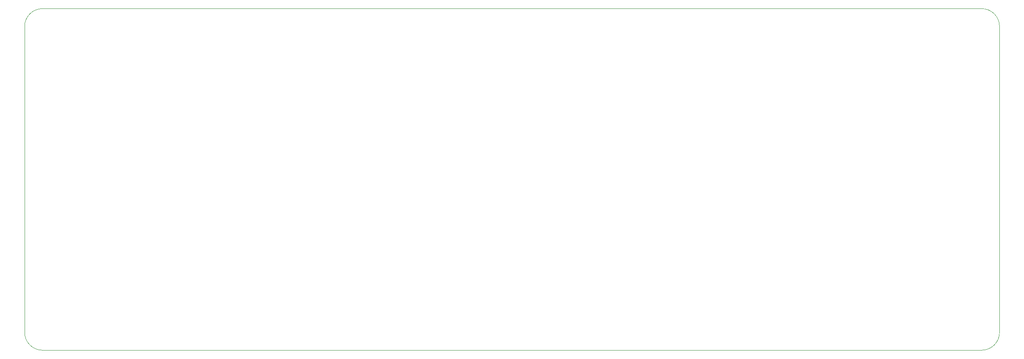
<source format=gbr>
%TF.GenerationSoftware,KiCad,Pcbnew,7.0.7*%
%TF.CreationDate,2024-04-13T02:06:32+02:00*%
%TF.ProjectId,smps_legged_robot,736d7073-5f6c-4656-9767-65645f726f62,1.0*%
%TF.SameCoordinates,PX7026f0PY568bc30*%
%TF.FileFunction,Profile,NP*%
%FSLAX46Y46*%
G04 Gerber Fmt 4.6, Leading zero omitted, Abs format (unit mm)*
G04 Created by KiCad (PCBNEW 7.0.7) date 2024-04-13 02:06:32*
%MOMM*%
%LPD*%
G01*
G04 APERTURE LIST*
%TA.AperFunction,Profile*%
%ADD10C,0.100000*%
%TD*%
G04 APERTURE END LIST*
D10*
X44410000Y38090000D02*
G75*
G03*
X40660000Y34340000I0J-3750000D01*
G01*
X245160000Y34340000D02*
X245160001Y31789999D01*
X47710000Y38090000D02*
X238990000Y38090000D01*
X238990000Y-33610000D02*
X241410000Y-33610000D01*
X238990000Y-33610000D02*
X47710000Y-33610000D01*
X241410000Y-33610000D02*
G75*
G03*
X245160000Y-29860000I0J3750000D01*
G01*
X241410000Y38090000D02*
X238990000Y38090000D01*
X47710000Y38090000D02*
X44410000Y38090000D01*
X40660000Y-29860000D02*
G75*
G03*
X44410000Y-33610000I3750000J0D01*
G01*
X245160000Y-27310000D02*
X245160000Y-29860000D01*
X245160000Y34340000D02*
G75*
G03*
X241410000Y38090000I-3750000J0D01*
G01*
X44410000Y-33610000D02*
X47710000Y-33610000D01*
X40660000Y34340000D02*
X40660000Y-29860000D01*
X245160001Y31789999D02*
X245160000Y-27310000D01*
M02*

</source>
